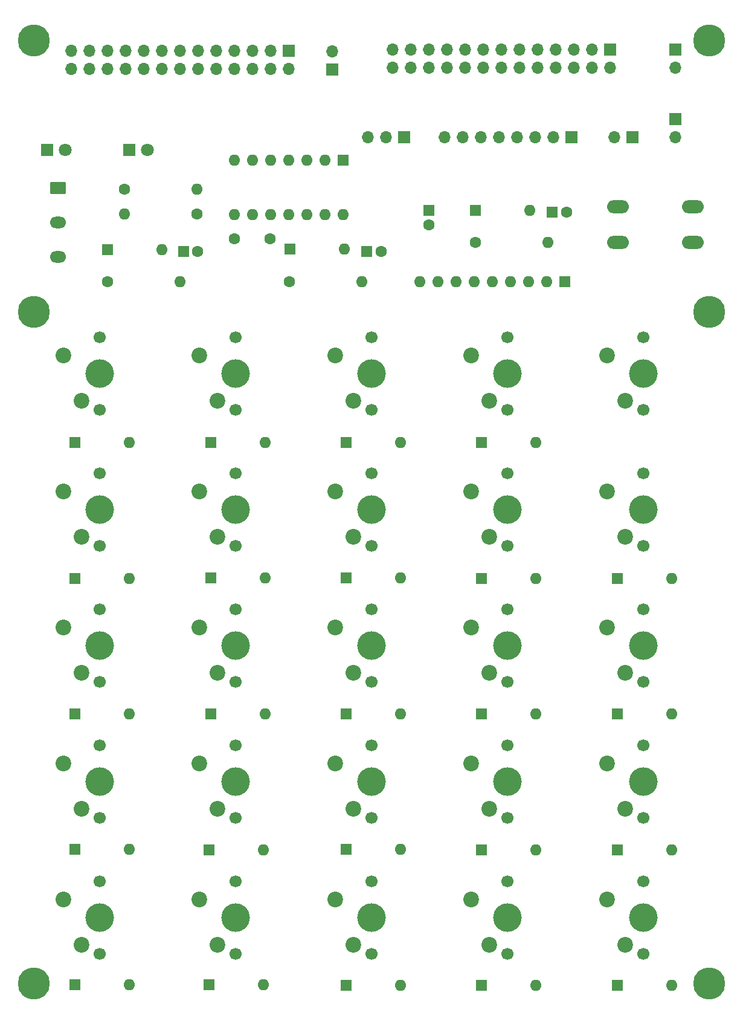
<source format=gts>
%TF.GenerationSoftware,KiCad,Pcbnew,9.0.3+1*%
%TF.CreationDate,2025-09-14T03:51:47+09:00*%
%TF.ProjectId,kp25tk,6b703235-746b-42e6-9b69-6361645f7063,0.0.8*%
%TF.SameCoordinates,Original*%
%TF.FileFunction,Soldermask,Top*%
%TF.FilePolarity,Negative*%
%FSLAX46Y46*%
G04 Gerber Fmt 4.6, Leading zero omitted, Abs format (unit mm)*
G04 Created by KiCad (PCBNEW 9.0.3+1) date 2025-09-14 03:51:47*
%MOMM*%
%LPD*%
G01*
G04 APERTURE LIST*
G04 Aperture macros list*
%AMRoundRect*
0 Rectangle with rounded corners*
0 $1 Rounding radius*
0 $2 $3 $4 $5 $6 $7 $8 $9 X,Y pos of 4 corners*
0 Add a 4 corners polygon primitive as box body*
4,1,4,$2,$3,$4,$5,$6,$7,$8,$9,$2,$3,0*
0 Add four circle primitives for the rounded corners*
1,1,$1+$1,$2,$3*
1,1,$1+$1,$4,$5*
1,1,$1+$1,$6,$7*
1,1,$1+$1,$8,$9*
0 Add four rect primitives between the rounded corners*
20,1,$1+$1,$2,$3,$4,$5,0*
20,1,$1+$1,$4,$5,$6,$7,0*
20,1,$1+$1,$6,$7,$8,$9,0*
20,1,$1+$1,$8,$9,$2,$3,0*%
G04 Aperture macros list end*
%ADD10R,1.600000X1.600000*%
%ADD11O,1.600000X1.600000*%
%ADD12C,1.600000*%
%ADD13C,1.700000*%
%ADD14C,4.000000*%
%ADD15C,2.200000*%
%ADD16C,4.500000*%
%ADD17RoundRect,0.102000X-1.040000X0.704000X-1.040000X-0.704000X1.040000X-0.704000X1.040000X0.704000X0*%
%ADD18O,2.284000X1.612000*%
%ADD19R,1.700000X1.700000*%
%ADD20O,1.700000X1.700000*%
%ADD21R,1.800000X1.800000*%
%ADD22C,1.800000*%
%ADD23O,3.048000X1.850000*%
G04 APERTURE END LIST*
D10*
%TO.C,D21*%
X72165000Y-123500000D03*
D11*
X79785000Y-123500000D03*
%TD*%
D12*
%TO.C,R1*%
X83205000Y-82000000D03*
D11*
X93365000Y-82000000D03*
%TD*%
D13*
%TO.C,SW18*%
X132825000Y-118985000D03*
D14*
X132825000Y-113905000D03*
D13*
X132825000Y-108825000D03*
D15*
X127745000Y-111365000D03*
X130285000Y-117715000D03*
%TD*%
D13*
%TO.C,SW22*%
X94725000Y-99935000D03*
D14*
X94725000Y-94855000D03*
D13*
X94725000Y-89775000D03*
D15*
X89645000Y-92315000D03*
X92185000Y-98665000D03*
%TD*%
D13*
%TO.C,SW11*%
X113775000Y-138035000D03*
D14*
X113775000Y-132955000D03*
D13*
X113775000Y-127875000D03*
D15*
X108695000Y-130415000D03*
X111235000Y-136765000D03*
%TD*%
D10*
%TO.C,D19*%
X110165000Y-142500000D03*
D11*
X117785000Y-142500000D03*
%TD*%
D16*
%TO.C,*%
X47385000Y-86200000D03*
%TD*%
D13*
%TO.C,SW21*%
X132825000Y-176135000D03*
D14*
X132825000Y-171055000D03*
D13*
X132825000Y-165975000D03*
D15*
X127745000Y-168515000D03*
X130285000Y-174865000D03*
%TD*%
D12*
%TO.C,R5*%
X70285000Y-72500000D03*
D11*
X60125000Y-72500000D03*
%TD*%
D13*
%TO.C,SW3*%
X113775000Y-176135000D03*
D14*
X113775000Y-171055000D03*
D13*
X113775000Y-165975000D03*
D15*
X108695000Y-168515000D03*
X111235000Y-174865000D03*
%TD*%
D10*
%TO.C,D2*%
X109285000Y-72000000D03*
D11*
X116905000Y-72000000D03*
%TD*%
D13*
%TO.C,SW5*%
X75675000Y-157085000D03*
D14*
X75675000Y-152005000D03*
D13*
X75675000Y-146925000D03*
D15*
X70595000Y-149465000D03*
X73135000Y-155815000D03*
%TD*%
D10*
%TO.C,U1*%
X90785000Y-65000000D03*
D11*
X88245000Y-65000000D03*
X85705000Y-65000000D03*
X83165000Y-65000000D03*
X80625000Y-65000000D03*
X78085000Y-65000000D03*
X75545000Y-65000000D03*
X75545000Y-72620000D03*
X78085000Y-72620000D03*
X80625000Y-72620000D03*
X83165000Y-72620000D03*
X85705000Y-72620000D03*
X88245000Y-72620000D03*
X90785000Y-72620000D03*
%TD*%
D10*
%TO.C,D10*%
X91165000Y-180555000D03*
D11*
X98785000Y-180555000D03*
%TD*%
D10*
%TO.C,D15*%
X110165000Y-161555000D03*
D11*
X117785000Y-161555000D03*
%TD*%
D10*
%TO.C,D29*%
X129165000Y-180555000D03*
D11*
X136785000Y-180555000D03*
%TD*%
D13*
%TO.C,SW23*%
X113775000Y-99935000D03*
D14*
X113775000Y-94855000D03*
D13*
X113775000Y-89775000D03*
D15*
X108695000Y-92315000D03*
X111235000Y-98665000D03*
%TD*%
D10*
%TO.C,D20*%
X53165000Y-123555000D03*
D11*
X60785000Y-123555000D03*
%TD*%
D13*
%TO.C,SW8*%
X56625000Y-138035000D03*
D14*
X56625000Y-132955000D03*
D13*
X56625000Y-127875000D03*
D15*
X51545000Y-130415000D03*
X54085000Y-136765000D03*
%TD*%
D10*
%TO.C,D27*%
X129165000Y-161555000D03*
D11*
X136785000Y-161555000D03*
%TD*%
D10*
%TO.C,D16*%
X53165000Y-142555000D03*
D11*
X60785000Y-142555000D03*
%TD*%
D17*
%TO.C,SW27*%
X50785000Y-68900000D03*
D18*
X50785000Y-73700000D03*
X50785000Y-78500000D03*
%TD*%
D19*
%TO.C,J3*%
X89185000Y-52235000D03*
D20*
X89185000Y-49695000D03*
%TD*%
D13*
%TO.C,SW19*%
X132825000Y-157085000D03*
D14*
X132825000Y-152005000D03*
D13*
X132825000Y-146925000D03*
D15*
X127745000Y-149465000D03*
X130285000Y-155815000D03*
%TD*%
D10*
%TO.C,D3*%
X57745000Y-77500000D03*
D11*
X65365000Y-77500000D03*
%TD*%
D21*
%TO.C,D5*%
X49245000Y-63500000D03*
D22*
X51785000Y-63500000D03*
%TD*%
D10*
%TO.C,C1*%
X94080000Y-77750000D03*
D12*
X96080000Y-77750000D03*
%TD*%
D10*
%TO.C,D17*%
X72165000Y-142555000D03*
D11*
X79785000Y-142555000D03*
%TD*%
D19*
%TO.C,J7*%
X137285000Y-59225000D03*
D20*
X137285000Y-61765000D03*
%TD*%
D10*
%TO.C,D9*%
X71915000Y-180500000D03*
D11*
X79535000Y-180500000D03*
%TD*%
D13*
%TO.C,SW12*%
X56625000Y-118985000D03*
D14*
X56625000Y-113905000D03*
D13*
X56625000Y-108825000D03*
D15*
X51545000Y-111365000D03*
X54085000Y-117715000D03*
%TD*%
D10*
%TO.C,D24*%
X72165000Y-104555000D03*
D11*
X79785000Y-104555000D03*
%TD*%
D13*
%TO.C,SW24*%
X132825000Y-99935000D03*
D14*
X132825000Y-94855000D03*
D13*
X132825000Y-89775000D03*
D15*
X127745000Y-92315000D03*
X130285000Y-98665000D03*
%TD*%
D10*
%TO.C,C3*%
X68365000Y-77750000D03*
D12*
X70365000Y-77750000D03*
%TD*%
D19*
%TO.C,J8*%
X137285000Y-49525000D03*
D20*
X137285000Y-52065000D03*
%TD*%
D19*
%TO.C,J4*%
X99325000Y-61755000D03*
D20*
X96785000Y-61755000D03*
X94245000Y-61755000D03*
%TD*%
D10*
%TO.C,C5*%
X102785000Y-72044888D03*
D12*
X102785000Y-74044888D03*
%TD*%
D10*
%TO.C,D26*%
X129165000Y-123555000D03*
D11*
X136785000Y-123555000D03*
%TD*%
D23*
%TO.C,SW25*%
X129295000Y-71500000D03*
X139795000Y-71500000D03*
X129295000Y-76500000D03*
X139795000Y-76500000D03*
%TD*%
D12*
%TO.C,R3*%
X57705000Y-82000000D03*
D11*
X67865000Y-82000000D03*
%TD*%
D10*
%TO.C,D14*%
X91165000Y-161500000D03*
D11*
X98785000Y-161500000D03*
%TD*%
D16*
%TO.C,*%
X47385000Y-180300000D03*
%TD*%
D13*
%TO.C,SW15*%
X113775000Y-118985000D03*
D14*
X113775000Y-113905000D03*
D13*
X113775000Y-108825000D03*
D15*
X108695000Y-111365000D03*
X111235000Y-117715000D03*
%TD*%
D10*
%TO.C,D30*%
X91165000Y-104555000D03*
D11*
X98785000Y-104555000D03*
%TD*%
D13*
%TO.C,SW20*%
X132825000Y-138035000D03*
D14*
X132825000Y-132955000D03*
D13*
X132825000Y-127875000D03*
D15*
X127745000Y-130415000D03*
X130285000Y-136765000D03*
%TD*%
D16*
%TO.C,*%
X47385000Y-48200000D03*
%TD*%
D13*
%TO.C,SW0*%
X56625000Y-176135000D03*
D14*
X56625000Y-171055000D03*
D13*
X56625000Y-165975000D03*
D15*
X51545000Y-168515000D03*
X54085000Y-174865000D03*
%TD*%
D10*
%TO.C,D22*%
X91165000Y-123500000D03*
D11*
X98785000Y-123500000D03*
%TD*%
D10*
%TO.C,RN1*%
X121785000Y-82000000D03*
D11*
X119245000Y-82000000D03*
X116705000Y-82000000D03*
X114165000Y-82000000D03*
X111625000Y-82000000D03*
X109085000Y-82000000D03*
X106545000Y-82000000D03*
X104005000Y-82000000D03*
X101465000Y-82000000D03*
%TD*%
D13*
%TO.C,SW14*%
X94725000Y-118985000D03*
D14*
X94725000Y-113905000D03*
D13*
X94725000Y-108825000D03*
D15*
X89645000Y-111365000D03*
X92185000Y-117715000D03*
%TD*%
D19*
%TO.C,J2*%
X128195000Y-49460000D03*
D20*
X128195000Y-52000000D03*
X125655000Y-49460000D03*
X125655000Y-52000000D03*
X123115000Y-49460000D03*
X123115000Y-52000000D03*
X120575000Y-49460000D03*
X120575000Y-52000000D03*
X118035000Y-49460000D03*
X118035000Y-52000000D03*
X115495000Y-49460000D03*
X115495000Y-52000000D03*
X112955000Y-49460000D03*
X112955000Y-52000000D03*
X110415000Y-49460000D03*
X110415000Y-52000000D03*
X107875000Y-49460000D03*
X107875000Y-52000000D03*
X105335000Y-49460000D03*
X105335000Y-52000000D03*
X102795000Y-49460000D03*
X102795000Y-52000000D03*
X100255000Y-49460000D03*
X100255000Y-52000000D03*
X97715000Y-49460000D03*
X97715000Y-52000000D03*
%TD*%
D10*
%TO.C,D18*%
X91165000Y-142555000D03*
D11*
X98785000Y-142555000D03*
%TD*%
D13*
%TO.C,SW10*%
X94725000Y-138035000D03*
D14*
X94725000Y-132955000D03*
D13*
X94725000Y-127875000D03*
D15*
X89645000Y-130415000D03*
X92185000Y-136765000D03*
%TD*%
D13*
%TO.C,SW13*%
X75675000Y-118985000D03*
D14*
X75675000Y-113905000D03*
D13*
X75675000Y-108825000D03*
D15*
X70595000Y-111365000D03*
X73135000Y-117715000D03*
%TD*%
D10*
%TO.C,D25*%
X53165000Y-104555000D03*
D11*
X60785000Y-104555000D03*
%TD*%
D19*
%TO.C,J1*%
X83085000Y-49660000D03*
D20*
X83085000Y-52200000D03*
X80545000Y-49660000D03*
X80545000Y-52200000D03*
X78005000Y-49660000D03*
X78005000Y-52200000D03*
X75465000Y-49660000D03*
X75465000Y-52200000D03*
X72925000Y-49660000D03*
X72925000Y-52200000D03*
X70385000Y-49660000D03*
X70385000Y-52200000D03*
X67845000Y-49660000D03*
X67845000Y-52200000D03*
X65305000Y-49660000D03*
X65305000Y-52200000D03*
X62765000Y-49660000D03*
X62765000Y-52200000D03*
X60225000Y-49660000D03*
X60225000Y-52200000D03*
X57685000Y-49660000D03*
X57685000Y-52200000D03*
X55145000Y-49660000D03*
X55145000Y-52200000D03*
X52605000Y-49660000D03*
X52605000Y-52200000D03*
%TD*%
D13*
%TO.C,SW9*%
X75675000Y-138035000D03*
D14*
X75675000Y-132955000D03*
D13*
X75675000Y-127875000D03*
D15*
X70595000Y-130415000D03*
X73135000Y-136765000D03*
%TD*%
D12*
%TO.C,R2*%
X109285000Y-76500000D03*
D11*
X119445000Y-76500000D03*
%TD*%
D12*
%TO.C,R4*%
X60125000Y-69000000D03*
D11*
X70285000Y-69000000D03*
%TD*%
D10*
%TO.C,D1*%
X83270000Y-77445000D03*
D11*
X90890000Y-77445000D03*
%TD*%
D19*
%TO.C,J5*%
X122785000Y-61750000D03*
D20*
X120245000Y-61750000D03*
X117705000Y-61750000D03*
X115165000Y-61750000D03*
X112625000Y-61750000D03*
X110085000Y-61750000D03*
X107545000Y-61750000D03*
X105005000Y-61750000D03*
%TD*%
D13*
%TO.C,SW2*%
X94725000Y-176135000D03*
D14*
X94725000Y-171055000D03*
D13*
X94725000Y-165975000D03*
D15*
X89645000Y-168515000D03*
X92185000Y-174865000D03*
%TD*%
D10*
%TO.C,C2*%
X120079888Y-72250000D03*
D12*
X122079888Y-72250000D03*
%TD*%
D13*
%TO.C,SW17*%
X56625000Y-99935000D03*
D14*
X56625000Y-94855000D03*
D13*
X56625000Y-89775000D03*
D15*
X51545000Y-92315000D03*
X54085000Y-98665000D03*
%TD*%
D10*
%TO.C,D8*%
X53165000Y-180500000D03*
D11*
X60785000Y-180500000D03*
%TD*%
D10*
%TO.C,D11*%
X110165000Y-180555000D03*
D11*
X117785000Y-180555000D03*
%TD*%
D10*
%TO.C,D23*%
X110165000Y-123555000D03*
D11*
X117785000Y-123555000D03*
%TD*%
D13*
%TO.C,SW16*%
X75675000Y-99935000D03*
D14*
X75675000Y-94855000D03*
D13*
X75675000Y-89775000D03*
D15*
X70595000Y-92315000D03*
X73135000Y-98665000D03*
%TD*%
D21*
%TO.C,D4*%
X60745000Y-63500000D03*
D22*
X63285000Y-63500000D03*
%TD*%
D10*
%TO.C,D28*%
X129165000Y-142555000D03*
D11*
X136785000Y-142555000D03*
%TD*%
D12*
%TO.C,C4*%
X75535000Y-76000000D03*
X80535000Y-76000000D03*
%TD*%
D10*
%TO.C,D12*%
X53165000Y-161500000D03*
D11*
X60785000Y-161500000D03*
%TD*%
D13*
%TO.C,SW6*%
X94725000Y-157085000D03*
D14*
X94725000Y-152005000D03*
D13*
X94725000Y-146925000D03*
D15*
X89645000Y-149465000D03*
X92185000Y-155815000D03*
%TD*%
D16*
%TO.C,*%
X142085000Y-48200000D03*
%TD*%
%TO.C,*%
X142085000Y-86200000D03*
%TD*%
D13*
%TO.C,SW4*%
X56625000Y-157085000D03*
D14*
X56625000Y-152005000D03*
D13*
X56625000Y-146925000D03*
D15*
X51545000Y-149465000D03*
X54085000Y-155815000D03*
%TD*%
D10*
%TO.C,D13*%
X71975000Y-161555000D03*
D11*
X79595000Y-161555000D03*
%TD*%
D13*
%TO.C,SW7*%
X113775000Y-157085000D03*
D14*
X113775000Y-152005000D03*
D13*
X113775000Y-146925000D03*
D15*
X108695000Y-149465000D03*
X111235000Y-155815000D03*
%TD*%
D10*
%TO.C,D31*%
X110165000Y-104500000D03*
D11*
X117785000Y-104500000D03*
%TD*%
D19*
%TO.C,J6*%
X131260000Y-61750000D03*
D20*
X128720000Y-61750000D03*
%TD*%
D16*
%TO.C,*%
X142085000Y-180300000D03*
%TD*%
D13*
%TO.C,SW1*%
X75675000Y-176135000D03*
D14*
X75675000Y-171055000D03*
D13*
X75675000Y-165975000D03*
D15*
X70595000Y-168515000D03*
X73135000Y-174865000D03*
%TD*%
M02*

</source>
